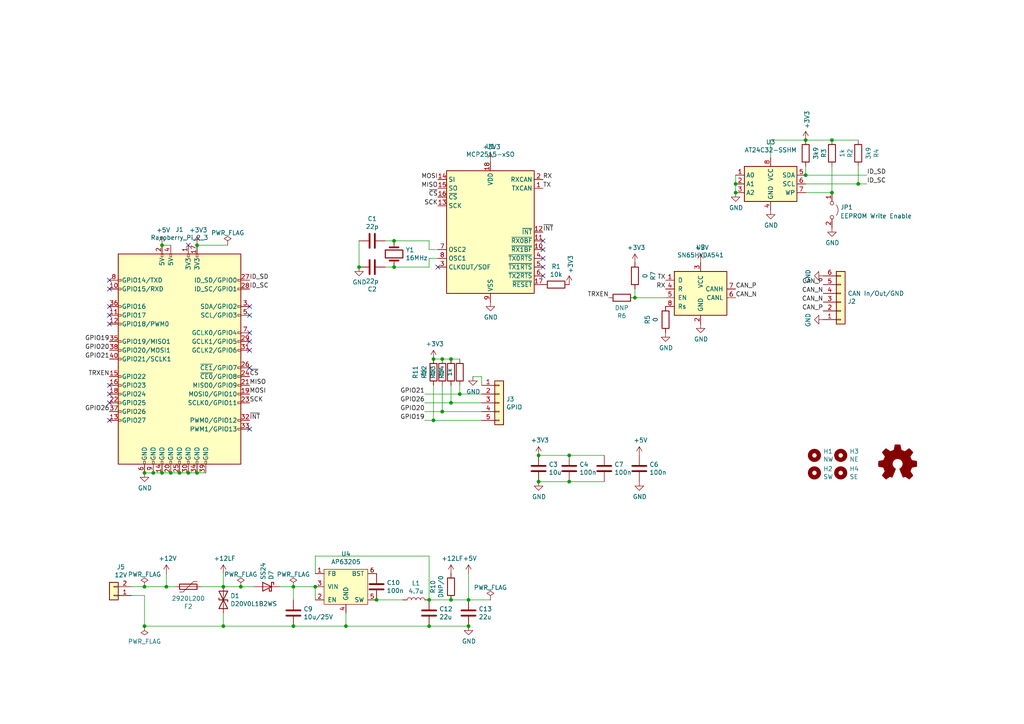
<source format=kicad_sch>
(kicad_sch (version 20211123) (generator eeschema)
  (paper "A4")
  (title_block (title "CAN HAT for Raspberry Pi") (date "2020-07-24") (rev "7") (company "© 2020 Gregor Riepl"))
  (lib_symbols
    (symbol "Connector:Raspberry_Pi_2_3" (pin_names (offset 1.016))
      (property "Reference" "J" (at -17.78 31.75 0))
      (property "Value" "Raspberry_Pi_2_3" (at 10.16 -31.75 0))
      (symbol "Raspberry_Pi_2_3_0_1"
        (rectangle (start -17.78 30.48) (end 17.78 -30.48) (stroke (width 0.254)) (fill (type background)))
      )
      (symbol "Raspberry_Pi_2_3_1_1"
        (rectangle (start -16.891 -17.526) (end -17.78 -18.034))
        (rectangle (start -16.891 -14.986) (end -17.78 -15.494))
        (rectangle (start -16.891 -12.446) (end -17.78 -12.954))
        (rectangle (start -16.891 -9.906) (end -17.78 -10.414))
        (rectangle (start -16.891 -7.366) (end -17.78 -7.874))
        (rectangle (start -16.891 -4.826) (end -17.78 -5.334))
        (rectangle (start -16.891 0.254) (end -17.78 -0.254))
        (rectangle (start -16.891 2.794) (end -17.78 2.286))
        (rectangle (start -16.891 5.334) (end -17.78 4.826))
        (rectangle (start -16.891 10.414) (end -17.78 9.906))
        (rectangle (start -16.891 12.954) (end -17.78 12.446))
        (rectangle (start -16.891 15.494) (end -17.78 14.986))
        (rectangle (start -16.891 20.574) (end -17.78 20.066))
        (rectangle (start -16.891 23.114) (end -17.78 22.606))
        (rectangle (start -10.414 -29.591) (end -9.906 -30.48))
        (rectangle (start -7.874 -29.591) (end -7.366 -30.48))
        (rectangle (start -5.334 -29.591) (end -4.826 -30.48))
        (rectangle (start -5.334 30.48) (end -4.826 29.591))
        (rectangle (start -2.794 -29.591) (end -2.286 -30.48))
        (rectangle (start -2.794 30.48) (end -2.286 29.591))
        (rectangle (start -0.254 -29.591) (end 0.254 -30.48))
        (rectangle (start 2.286 -29.591) (end 2.794 -30.48))
        (rectangle (start 2.286 30.48) (end 2.794 29.591))
        (rectangle (start 4.826 -29.591) (end 5.334 -30.48))
        (rectangle (start 4.826 30.48) (end 5.334 29.591))
        (rectangle (start 7.366 -29.591) (end 7.874 -30.48))
        (rectangle (start 17.78 -20.066) (end 16.891 -20.574))
        (rectangle (start 17.78 -17.526) (end 16.891 -18.034))
        (rectangle (start 17.78 -12.446) (end 16.891 -12.954))
        (rectangle (start 17.78 -9.906) (end 16.891 -10.414))
        (rectangle (start 17.78 -7.366) (end 16.891 -7.874))
        (rectangle (start 17.78 -4.826) (end 16.891 -5.334))
        (rectangle (start 17.78 -2.286) (end 16.891 -2.794))
        (rectangle (start 17.78 2.794) (end 16.891 2.286))
        (rectangle (start 17.78 5.334) (end 16.891 4.826))
        (rectangle (start 17.78 7.874) (end 16.891 7.366))
        (rectangle (start 17.78 12.954) (end 16.891 12.446))
        (rectangle (start 17.78 15.494) (end 16.891 14.986))
        (rectangle (start 17.78 20.574) (end 16.891 20.066))
        (rectangle (start 17.78 23.114) (end 16.891 22.606))
        (pin power_in line (at 2.54 33.02 270) (length 2.54) (name "3V3") (number "1"))
        (pin bidirectional line (at -20.32 20.32 0) (length 2.54) (name "GPIO15/RXD") (number "10"))
        (pin bidirectional line (at -20.32 12.7 0) (length 2.54) (name "GPIO17") (number "11"))
        (pin bidirectional line (at -20.32 10.16 0) (length 2.54) (name "GPIO18/PWM0") (number "12"))
        (pin bidirectional line (at -20.32 -17.78 0) (length 2.54) (name "GPIO27") (number "13"))
        (pin power_in line (at -5.08 -33.02 90) (length 2.54) (name "GND") (number "14"))
        (pin bidirectional line (at -20.32 -5.08 0) (length 2.54) (name "GPIO22") (number "15"))
        (pin bidirectional line (at -20.32 -7.62 0) (length 2.54) (name "GPIO23") (number "16"))
        (pin power_in line (at 5.08 33.02 270) (length 2.54) (name "3V3") (number "17"))
        (pin bidirectional line (at -20.32 -10.16 0) (length 2.54) (name "GPIO24") (number "18"))
        (pin bidirectional line (at 20.32 -10.16 180) (length 2.54) (name "MOSI0/GPIO10") (number "19"))
        (pin power_in line (at -5.08 33.02 270) (length 2.54) (name "5V") (number "2"))
        (pin power_in line (at -2.54 -33.02 90) (length 2.54) (name "GND") (number "20"))
        (pin bidirectional line (at 20.32 -7.62 180) (length 2.54) (name "MISO0/GPIO9") (number "21"))
        (pin bidirectional line (at -20.32 -12.7 0) (length 2.54) (name "GPIO25") (number "22"))
        (pin bidirectional line (at 20.32 -12.7 180) (length 2.54) (name "SCLK0/GPIO11") (number "23"))
        (pin bidirectional line (at 20.32 -5.08 180) (length 2.54) (name "~{CE0}/GPIO8") (number "24"))
        (pin power_in line (at 0 -33.02 90) (length 2.54) (name "GND") (number "25"))
        (pin bidirectional line (at 20.32 -2.54 180) (length 2.54) (name "~{CE1}/GPIO7") (number "26"))
        (pin bidirectional line (at 20.32 22.86 180) (length 2.54) (name "ID_SD/GPIO0") (number "27"))
        (pin bidirectional line (at 20.32 20.32 180) (length 2.54) (name "ID_SC/GPIO1") (number "28"))
        (pin bidirectional line (at 20.32 5.08 180) (length 2.54) (name "GCLK1/GPIO5") (number "29"))
        (pin bidirectional line (at 20.32 15.24 180) (length 2.54) (name "SDA/GPIO2") (number "3"))
        (pin power_in line (at 2.54 -33.02 90) (length 2.54) (name "GND") (number "30"))
        (pin bidirectional line (at 20.32 2.54 180) (length 2.54) (name "GCLK2/GPIO6") (number "31"))
        (pin bidirectional line (at 20.32 -17.78 180) (length 2.54) (name "PWM0/GPIO12") (number "32"))
        (pin bidirectional line (at 20.32 -20.32 180) (length 2.54) (name "PWM1/GPIO13") (number "33"))
        (pin power_in line (at 5.08 -33.02 90) (length 2.54) (name "GND") (number "34"))
        (pin bidirectional line (at -20.32 5.08 0) (length 2.54) (name "GPIO19/MISO1") (number "35"))
        (pin bidirectional line (at -20.32 15.24 0) (length 2.54) (name "GPIO16") (number "36"))
        (pin bidirectional line (at -20.32 -15.24 0) (length 2.54) (name "GPIO26") (number "37"))
        (pin bidirectional line (at -20.32 2.54 0) (length 2.54) (name "GPIO20/MOSI1") (number "38"))
        (pin power_in line (at 7.62 -33.02 90) (length 2.54) (name "GND") (number "39"))
        (pin power_in line (at -2.54 33.02 270) (length 2.54) (name "5V") (number "4"))
        (pin bidirectional line (at -20.32 0 0) (length 2.54) (name "GPIO21/SCLK1") (number "40"))
        (pin bidirectional line (at 20.32 12.7 180) (length 2.54) (name "SCL/GPIO3") (number "5"))
        (pin power_in line (at -10.16 -33.02 90) (length 2.54) (name "GND") (number "6"))
        (pin bidirectional line (at 20.32 7.62 180) (length 2.54) (name "GCLK0/GPIO4") (number "7"))
        (pin bidirectional line (at -20.32 22.86 0) (length 2.54) (name "GPIO14/TXD") (number "8"))
        (pin power_in line (at -7.62 -33.02 90) (length 2.54) (name "GND") (number "9"))
      )
    )
    (symbol "Connector_Generic:Conn_01x02" (pin_names (offset 1.016) hide)
      (property "Reference" "J" (at 0 2.54 0))
      (property "Value" "Conn_01x02" (at 0 -5.08 0))
      (symbol "Conn_01x02_1_1"
        (rectangle (start -1.27 -2.413) (end 0 -2.667) (stroke (width 0.1524)))
        (rectangle (start -1.27 0.127) (end 0 -0.127) (stroke (width 0.1524)))
        (rectangle (start -1.27 1.27) (end 1.27 -3.81) (stroke (width 0.254)) (fill (type background)))
        (pin passive line (at -5.08 0 0) (length 3.81) (name "Pin_1") (number "1"))
        (pin passive line (at -5.08 -2.54 0) (length 3.81) (name "Pin_2") (number "2"))
      )
    )
    (symbol "Connector_Generic:Conn_01x05" (pin_names (offset 1.016) hide)
      (property "Reference" "J" (at 0 7.62 0))
      (property "Value" "Conn_01x05" (at 0 -7.62 0))
      (symbol "Conn_01x05_1_1"
        (rectangle (start -1.27 -4.953) (end 0 -5.207) (stroke (width 0.1524)))
        (rectangle (start -1.27 -2.413) (end 0 -2.667) (stroke (width 0.1524)))
        (rectangle (start -1.27 0.127) (end 0 -0.127) (stroke (width 0.1524)))
        (rectangle (start -1.27 2.667) (end 0 2.413) (stroke (width 0.1524)))
        (rectangle (start -1.27 5.207) (end 0 4.953) (stroke (width 0.1524)))
        (rectangle (start -1.27 6.35) (end 1.27 -6.35) (stroke (width 0.254)) (fill (type background)))
        (pin passive line (at -5.08 5.08 0) (length 3.81) (name "Pin_1") (number "1"))
        (pin passive line (at -5.08 2.54 0) (length 3.81) (name "Pin_2") (number "2"))
        (pin passive line (at -5.08 0 0) (length 3.81) (name "Pin_3") (number "3"))
        (pin passive line (at -5.08 -2.54 0) (length 3.81) (name "Pin_4") (number "4"))
        (pin passive line (at -5.08 -5.08 0) (length 3.81) (name "Pin_5") (number "5"))
      )
    )
    (symbol "Connector_Generic:Conn_01x06" (pin_names (offset 1.016) hide)
      (property "Reference" "J" (at 0 7.62 0))
      (property "Value" "Conn_01x06" (at 0 -10.16 0))
      (symbol "Conn_01x06_1_1"
        (rectangle (start -1.27 -7.493) (end 0 -7.747) (stroke (width 0.1524)))
        (rectangle (start -1.27 -4.953) (end 0 -5.207) (stroke (width 0.1524)))
        (rectangle (start -1.27 -2.413) (end 0 -2.667) (stroke (width 0.1524)))
        (rectangle (start -1.27 0.127) (end 0 -0.127) (stroke (width 0.1524)))
        (rectangle (start -1.27 2.667) (end 0 2.413) (stroke (width 0.1524)))
        (rectangle (start -1.27 5.207) (end 0 4.953) (stroke (width 0.1524)))
        (rectangle (start -1.27 6.35) (end 1.27 -8.89) (stroke (width 0.254)) (fill (type background)))
        (pin passive line (at -5.08 5.08 0) (length 3.81) (name "Pin_1") (number "1"))
        (pin passive line (at -5.08 2.54 0) (length 3.81) (name "Pin_2") (number "2"))
        (pin passive line (at -5.08 0 0) (length 3.81) (name "Pin_3") (number "3"))
        (pin passive line (at -5.08 -2.54 0) (length 3.81) (name "Pin_4") (number "4"))
        (pin passive line (at -5.08 -5.08 0) (length 3.81) (name "Pin_5") (number "5"))
        (pin passive line (at -5.08 -7.62 0) (length 3.81) (name "Pin_6") (number "6"))
      )
    )
    (symbol "Device:C" (pin_numbers hide) (pin_names (offset 0.254))
      (property "Reference" "C" (at 0.635 2.54 0))
      (property "Value" "C" (at 0.635 -2.54 0))
      (symbol "C_0_1"
        (polyline (pts (xy -2.032 -0.762) (xy 2.032 -0.762)) (stroke (width 0.508)))
        (polyline (pts (xy -2.032 0.762) (xy 2.032 0.762)) (stroke (width 0.508)))
      )
      (symbol "C_1_1"
        (pin passive line (at 0 3.81 270) (length 2.794) (name "~") (number "1"))
        (pin passive line (at 0 -3.81 90) (length 2.794) (name "~") (number "2"))
      )
    )
    (symbol "Device:Crystal" (pin_numbers hide) (pin_names (offset 1.016) hide)
      (property "Reference" "Y" (at 0 3.81 0))
      (property "Value" "Crystal" (at 0 -3.81 0))
      (symbol "Crystal_0_1"
        (rectangle (start -1.143 2.54) (end 1.143 -2.54) (stroke (width 0.3048)))
        (polyline (pts (xy -2.54 0) (xy -1.905 0)))
        (polyline (pts (xy -1.905 -1.27) (xy -1.905 1.27)) (stroke (width 0.508)))
        (polyline (pts (xy 1.905 -1.27) (xy 1.905 1.27)) (stroke (width 0.508)))
        (polyline (pts (xy 2.54 0) (xy 1.905 0)))
      )
      (symbol "Crystal_1_1"
        (pin passive line (at -3.81 0 0) (length 1.27) (name "1") (number "1"))
        (pin passive line (at 3.81 0 180) (length 1.27) (name "2") (number "2"))
      )
    )
    (symbol "Device:D_Schottky" (pin_numbers hide) (pin_names (offset 1.016) hide)
      (property "Reference" "D" (at 0 2.54 0))
      (property "Value" "D_Schottky" (at 0 -2.54 0))
      (symbol "D_Schottky_0_1"
        (polyline (pts (xy 1.27 0) (xy -1.27 0)))
        (polyline (pts (xy 1.27 1.27) (xy 1.27 -1.27) (xy -1.27 0) (xy 1.27 1.27)) (stroke (width 0.254)))
        (polyline (pts (xy -1.905 0.635) (xy -1.905 1.27) (xy -1.27 1.27) (xy -1.27 -1.27) (xy -0.635 -1.27) (xy -0.635 -0.635)) (stroke (width 0.254)))
      )
      (symbol "D_Schottky_1_1"
        (pin passive line (at -3.81 0 0) (length 2.54) (name "K") (number "1"))
        (pin passive line (at 3.81 0 180) (length 2.54) (name "A") (number "2"))
      )
    )
    (symbol "Device:D_TVS" (pin_numbers hide) (pin_names (offset 1.016) hide)
      (property "Reference" "D" (at 0 2.54 0))
      (property "Value" "D_TVS" (at 0 -2.54 0))
      (symbol "D_TVS_0_1"
        (polyline (pts (xy 1.27 0) (xy -1.27 0)))
        (polyline (pts (xy 0.508 1.27) (xy 0 1.27) (xy 0 -1.27) (xy -0.508 -1.27)) (stroke (width 0.254)))
        (polyline (pts (xy -2.54 1.27) (xy -2.54 -1.27) (xy 2.54 1.27) (xy 2.54 -1.27) (xy -2.54 1.27)) (stroke (width 0.254)))
      )
      (symbol "D_TVS_1_1"
        (pin passive line (at -3.81 0 0) (length 2.54) (name "A1") (number "1"))
        (pin passive line (at 3.81 0 180) (length 2.54) (name "A2") (number "2"))
      )
    )
    (symbol "Device:L" (pin_numbers hide) (pin_names (offset 1.016) hide)
      (property "Reference" "L" (at -1.27 0 90))
      (property "Value" "L" (at 1.905 0 90))
      (symbol "L_0_1"
        (arc (start 0 -2.54) (mid 0.635 -1.905) (end 0 -1.27))
        (arc (start 0 -1.27) (mid 0.635 -0.635) (end 0 0))
        (arc (start 0 0) (mid 0.635 0.635) (end 0 1.27))
        (arc (start 0 1.27) (mid 0.635 1.905) (end 0 2.54))
      )
      (symbol "L_1_1"
        (pin passive line (at 0 3.81 270) (length 1.27) (name "1") (number "1"))
        (pin passive line (at 0 -3.81 90) (length 1.27) (name "2") (number "2"))
      )
    )
    (symbol "Device:Polyfuse" (pin_numbers hide) (pin_names (offset 0))
      (property "Reference" "F" (at -2.54 0 90))
      (property "Value" "Polyfuse" (at 2.54 0 90))
      (symbol "Polyfuse_0_1"
        (rectangle (start -0.762 2.54) (end 0.762 -2.54) (stroke (width 0.254)))
        (polyline (pts (xy 0 2.54) (xy 0 -2.54)))
        (polyline (pts (xy -1.524 2.54) (xy -1.524 1.524) (xy 1.524 -1.524) (xy 1.524 -2.54)))
      )
      (symbol "Polyfuse_1_1"
        (pin passive line (at 0 3.81 270) (length 1.27) (name "~") (number "1"))
        (pin passive line (at 0 -3.81 90) (length 1.27) (name "~") (number "2"))
      )
    )
    (symbol "Device:R" (pin_numbers hide) (pin_names (offset 0))
      (property "Reference" "R" (at 2.032 0 90))
      (property "Value" "R" (at 0 0 90))
      (symbol "R_0_1"
        (rectangle (start -1.016 -2.54) (end 1.016 2.54) (stroke (width 0.254)))
      )
      (symbol "R_1_1"
        (pin passive line (at 0 3.81 270) (length 1.27) (name "~") (number "1"))
        (pin passive line (at 0 -3.81 90) (length 1.27) (name "~") (number "2"))
      )
    )
    (symbol "Graphic:Logo_Open_Hardware_Small" (pin_names (offset 1.016))
      (symbol "Logo_Open_Hardware_Small_0_1"
        (polyline (pts (xy 3.3528 -4.3434) (xy 3.302 -4.318) (xy 3.175 -4.2418) (xy 2.9972 -4.1148) (xy 2.7686 -3.9624) (xy 2.54 -3.81) (xy 2.3622 -3.7084) (xy 2.2352 -3.6068) (xy 2.1844 -3.5814) (xy 2.159 -3.6068) (xy 2.0574 -3.6576) (xy 1.905 -3.7338) (xy 1.8034 -3.7846) (xy 1.6764 -3.8354) (xy 1.6002 -3.8354) (xy 1.6002 -3.8354) (xy 1.5494 -3.7338) (xy 1.4732 -3.5306) (xy 1.3462 -3.302) (xy 1.2446 -3.0226) (xy 1.1176 -2.7178) (xy 0.9652 -2.413) (xy 0.8636 -2.1082) (xy 0.7366 -1.8288) (xy 0.6604 -1.6256) (xy 0.6096 -1.4732) (xy 0.5842 -1.397) (xy 0.5842 -1.397) (xy 0.6604 -1.3208) (xy 0.7874 -1.2446) (xy 1.0414 -1.016) (xy 1.2954 -0.6858) (xy 1.4478 -0.3302) (xy 1.524 0.0762) (xy 1.4732 0.4572) (xy 1.3208 0.8128) (xy 1.0668 1.143) (xy 0.762 1.3716) (xy 0.4064 1.524) (xy 0 1.5748) (xy -0.381 1.5494) (xy -0.7366 1.397) (xy -1.0668 1.143) (xy -1.2192 0.9906) (xy -1.397 0.6604) (xy -1.524 0.3048) (xy -1.524 0.2286) (xy -1.4986 -0.1778) (xy -1.397 -0.5334) (xy -1.1938 -0.8636) (xy -0.9144 -1.143) (xy -0.8636 -1.1684) (xy -0.7366 -1.27) (xy -0.635 -1.3462) (xy -0.5842 -1.397) (xy -1.0668 -2.5908) (xy -1.143 -2.794) (xy -1.2954 -3.1242) (xy -1.397 -3.4036) (xy -1.4986 -3.6322) (xy -1.5748 -3.7846) (xy -1.6002 -3.8354) (xy -1.6002 -3.8354) (xy -1.651 -3.8354) (xy -1.7272 -3.81) (xy -1.905 -3.7338) (xy -2.0066 -3.683) (xy -2.1336 -3.6068) (xy -2.2098 -3.5814) (xy -2.2606 -3.6068) (xy -2.3622 -3.683) (xy -2.54 -3.81) (xy -2.7686 -3.9624) (xy -2.9718 -4.0894) (xy -3.1496 -4.2164) (xy -3.302 -4.318) (xy -3.3528 -4.3434) (xy -3.3782 -4.3434) (xy -3.429 -4.318) (xy -3.5306 -4.2164) (xy -3.7084 -4.064) (xy -3.937 -3.8354) (xy -3.9624 -3.81) (xy -4.1656 -3.6068) (xy -4.318 -3.4544) (xy -4.4196 -3.3274) (xy -4.445 -3.2766) (xy -4.445 -3.2766) (xy -4.4196 -3.2258) (xy -4.318 -3.0734) (xy -4.2164 -2.8956) (xy -4.064 -2.667) (xy -3.6576 -2.0828) (xy -3.8862 -1.5494) (xy -3.937 -1.3716) (xy -4.0386 -1.1684) (xy -4.0894 -1.0414) (xy -4.1148 -0.9652) (xy -4.191 -0.9398) (xy -4.318 -0.9144) (xy -4.5466 -0.8636) (xy -4.8006 -0.8128) (xy -5.0546 -0.7874) (xy -5.2578 -0.7366) (xy -5.4356 -0.7112) (xy -5.5118 -0.6858) (xy -5.5118 -0.6858) (xy -5.5372 -0.635) (xy -5.5372 -0.5588) (xy -5.5372 -0.4318) (xy -5.5626 -0.2286) (xy -5.5626 0.0762) (xy -5.5626 0.127) (xy -5.5372 0.4064) (xy -5.5372 0.635) (xy -5.5372 0.762) (xy -5.5372 0.8382) (xy -5.5372 0.8382) (xy -5.461 0.8382) (xy -5.3086 0.889) (xy -5.08 0.9144) (xy -4.826 0.9652) (xy -4.8006 0.9906) (xy -4.5466 1.0414) (xy -4.318 1.0668) (xy -4.1656 1.1176) (xy -4.0894 1.143) (xy -4.0894 1.143) (xy -4.0386 1.2446) (xy -3.9624 1.4224) (xy -3.8608 1.6256) (xy -3.7846 1.8288) (xy -3.7084 2.0066) (xy -3.6576 2.159) (xy -3.6322 2.2098) (xy -3.6322 2.2098) (xy -3.683 2.286) (xy -3.7592 2.413) (xy -3.8862 2.5908) (xy -4.064 2.8194) (xy -4.064 2.8448) (xy -4.2164 3.0734) (xy -4.3434 3.2512) (xy -4.4196 3.3782) (xy -4.445 3.4544) (xy -4.445 3.4544) (xy -4.3942 3.5052) (xy -4.2926 3.6322) (xy -4.1148 3.81) (xy -3.937 4.0132) (xy -3.8608 4.064) (xy -3.6576 4.2926) (xy -3.5052 4.4196) (xy -3.4036 4.4958) (xy -3.3528 4.5212) (xy -3.3528 4.5212) (xy -3.302 4.4704) (xy -3.1496 4.3688) (xy -2.9718 4.2418) (xy -2.7432 4.0894) (xy -2.7178 4.0894) (xy -2.4892 3.937) (xy -2.3114 3.81) (xy -2.1844 3.7084) (xy -2.1336 3.683) (xy -2.1082 3.683) (xy -2.032 3.7084) (xy -1.8542 3.7592) (xy -1.6764 3.8354) (xy -1.4732 3.937) (xy -1.27 4.0132) (xy -1.143 4.064) (xy -1.0668 4.1148) (xy -1.0668 4.1148) (xy -1.0414 4.191) (xy -1.016 4.3434) (xy -0.9652 4.572) (xy -0.9144 4.8514) (xy -0.889 4.9022) (xy -0.8382 5.1562) (xy -0.8128 5.3848) (xy -0.7874 5.5372) (xy -0.762 5.588) (xy -0.7112 5.6134) (xy -0.5842 5.6134) (xy -0.4064 5.6134) (xy -0.1524 5.6134) (xy 0.0762 5.6134) (xy 0.3302 5.6134) (xy 0.5334 5.6134) (xy 0.6858 5.588) (xy 0.7366 5.588) (xy 0.7366 5.588) (xy 0.762 5.5118) (xy 0.8128 5.334) (xy 0.8382 5.1054) (xy 0.9144 4.826) (xy 0.9144 4.7752) (xy 0.9652 4.5212) (xy 1.016 4.2926) (xy 1.0414 4.1402) (xy 1.0668 4.0894) (xy 1.0668 4.0894) (xy 1.1938 4.0386) (xy 1.3716 3.9624) (xy 1.5748 3.8608) (xy 2.0828 3.6576) (xy 2.7178 4.0894) (xy 2.7686 4.1402) (xy 2.9972 4.2926) (xy 3.175 4.4196) (xy 3.302 4.4958) (xy 3.3782 4.5212) (xy 3.3782 4.5212) (xy 3.429 4.4704) (xy 3.556 4.3434) (xy 3.7338 4.191) (xy 3.9116 3.9878) (xy 4.064 3.8354) (xy 4.2418 3.6576) (xy 4.3434 3.556) (xy 4.4196 3.4798) (xy 4.4196 3.429) (xy 4.4196 3.4036) (xy 4.3942 3.3274) (xy 4.2926 3.2004) (xy 4.1656 2.9972) (xy 4.0132 2.794) (xy 3.8862 2.5908) (xy 3.7592 2.3876) (xy 3.6576 2.2352) (xy 3.6322 2.159) (xy 3.6322 2.1336) (xy 3.683 2.0066) (xy 3.7592 1.8288) (xy 3.8608 1.6002) (xy 4.064 1.1176) (xy 4.3942 1.0414) (xy 4.5974 1.016) (xy 4.8768 0.9652) (xy 5.1308 0.9144) (xy 5.5372 0.8382) (xy 5.5626 -0.6604) (xy 5.4864 -0.6858) (xy 5.4356 -0.6858) (xy 5.2832 -0.7366) (xy 5.0546 -0.762) (xy 4.8006 -0.8128) (xy 4.5974 -0.8636) (xy 4.3688 -0.9144) (xy 4.2164 -0.9398) (xy 4.1402 -0.9398) (xy 4.1148 -0.9652) (xy 4.064 -1.0668) (xy 3.9878 -1.2446) (xy 3.9116 -1.4478) (xy 3.81 -1.651) (xy 3.7338 -1.8542) (xy 3.683 -2.0066) (xy 3.6576 -2.0828) (xy 3.683 -2.1336) (xy 3.7846 -2.2606) (xy 3.8862 -2.4638) (xy 4.0386 -2.667) (xy 4.191 -2.8956) (xy 4.318 -3.0734) (xy 4.3942 -3.2004) (xy 4.445 -3.2766) (xy 4.4196 -3.3274) (xy 4.3434 -3.429) (xy 4.1656 -3.5814) (xy 3.937 -3.8354) (xy 3.8862 -3.8608) (xy 3.683 -4.064) (xy 3.5306 -4.2164) (xy 3.4036 -4.318) (xy 3.3528 -4.3434)) (fill (type outline)))
      )
    )
    (symbol "Interface_CAN_LIN:MCP2515-xSO"
      (property "Reference" "U" (at -10.16 19.685 0))
      (property "Value" "MCP2515-xSO" (at 19.05 20.32 0))
      (symbol "MCP2515-xSO_0_1"
        (rectangle (start -12.7 17.78) (end 12.7 -17.78) (stroke (width 0.254)) (fill (type background)))
      )
      (symbol "MCP2515-xSO_1_1"
        (pin output line (at 15.24 12.7 180) (length 2.54) (name "TXCAN") (number "1"))
        (pin output line (at 15.24 -5.08 180) (length 2.54) (name "~{RX1BF}") (number "10"))
        (pin output line (at 15.24 -2.54 180) (length 2.54) (name "~{RX0BF}") (number "11"))
        (pin output line (at 15.24 0 180) (length 2.54) (name "~{INT}") (number "12"))
        (pin input line (at -15.24 7.62 0) (length 2.54) (name "SCK") (number "13"))
        (pin input line (at -15.24 15.24 0) (length 2.54) (name "SI") (number "14"))
        (pin output line (at -15.24 12.7 0) (length 2.54) (name "SO") (number "15"))
        (pin input line (at -15.24 10.16 0) (length 2.54) (name "~{CS}") (number "16"))
        (pin input line (at 15.24 -15.24 180) (length 2.54) (name "~{RESET}") (number "17"))
        (pin power_in line (at 0 20.32 270) (length 2.54) (name "VDD") (number "18"))
        (pin input line (at 15.24 15.24 180) (length 2.54) (name "RXCAN") (number "2"))
        (pin output line (at -15.24 -10.16 0) (length 2.54) (name "CLKOUT/SOF") (number "3"))
        (pin input line (at 15.24 -7.62 180) (length 2.54) (name "~{TX0RTS}") (number "4"))
        (pin input line (at 15.24 -10.16 180) (length 2.54) (name "~{TX1RTS}") (number "5"))
        (pin input line (at 15.24 -12.7 180) (length 2.54) (name "~{TX2RTS}") (number "6"))
        (pin output line (at -15.24 -5.08 0) (length 2.54) (name "OSC2") (number "7"))
        (pin input line (at -15.24 -7.62 0) (length 2.54) (name "OSC1") (number "8"))
        (pin power_in line (at 0 -20.32 90) (length 2.54) (name "VSS") (number "9"))
      )
    )
    (symbol "Interface_CAN_LIN:SN65HVD234" (pin_names (offset 1.016))
      (property "Reference" "U" (at -2.54 10.16 0))
      (property "Value" "SN65HVD234" (at -2.54 7.62 0))
      (symbol "SN65HVD234_0_1"
        (rectangle (start -7.62 5.08) (end 7.62 -7.62) (stroke (width 0.254)) (fill (type background)))
      )
      (symbol "SN65HVD234_1_1"
        (pin input line (at -10.16 2.54 0) (length 2.54) (name "D") (number "1"))
        (pin power_in line (at 0 -10.16 90) (length 2.54) (name "GND") (number "2"))
        (pin power_in line (at 0 7.62 270) (length 2.54) (name "VCC") (number "3"))
        (pin output line (at -10.16 0 0) (length 2.54) (name "R") (number "4"))
        (pin input line (at -10.16 -2.54 0) (length 2.54) (name "EN") (number "5"))
        (pin bidirectional line (at 10.16 -2.54 180) (length 2.54) (name "CANL") (number "6"))
        (pin bidirectional line (at 10.16 0 180) (length 2.54) (name "CANH") (number "7"))
        (pin input line (at -10.16 -5.08 0) (length 2.54) (name "Rs") (number "8"))
      )
    )
    (symbol "Jumper:Jumper_2_Open" (pin_names (offset 0) hide)
      (property "Reference" "JP" (at 0 2.794 0))
      (property "Value" "Jumper_2_Open" (at 0 -2.286 0))
      (symbol "Jumper_2_Open_0_0"
        (circle (center -2.032 0) (radius 0.508))
        (circle (center 2.032 0) (radius 0.508))
      )
      (symbol "Jumper_2_Open_0_1"
        (arc (start 1.524 1.27) (mid 0 1.778) (end -1.524 1.27))
      )
      (symbol "Jumper_2_Open_1_1"
        (pin passive line (at -5.08 0 0) (length 2.54) (name "A") (number "1"))
        (pin passive line (at 5.08 0 180) (length 2.54) (name "B") (number "2"))
      )
    )
    (symbol "Mechanical:MountingHole" (pin_names (offset 1.016))
      (property "Reference" "H" (at 0 5.08 0))
      (property "Value" "MountingHole" (at 0 3.175 0))
      (symbol "MountingHole_0_1"
        (circle (center 0 0) (radius 1.27) (stroke (width 1.27)))
      )
    )
    (symbol "Memory_EEPROM:AT24CS32-SSHM"
      (property "Reference" "U" (at -7.62 6.35 0))
      (property "Value" "AT24CS32-SSHM" (at 2.54 -6.35 0))
      (symbol "AT24CS32-SSHM_1_1"
        (rectangle (start -7.62 5.08) (end 7.62 -5.08) (stroke (width 0.254)) (fill (type background)))
        (pin input line (at -10.16 2.54 0) (length 2.54) (name "A0") (number "1"))
        (pin input line (at -10.16 0 0) (length 2.54) (name "A1") (number "2"))
        (pin input line (at -10.16 -2.54 0) (length 2.54) (name "A2") (number "3"))
        (pin power_in line (at 0 -7.62 90) (length 2.54) (name "GND") (number "4"))
        (pin bidirectional line (at 10.16 2.54 180) (length 2.54) (name "SDA") (number "5"))
        (pin input line (at 10.16 0 180) (length 2.54) (name "SCL") (number "6"))
        (pin input line (at 10.16 -2.54 180) (length 2.54) (name "WP") (number "7"))
        (pin power_in line (at 0 7.62 270) (length 2.54) (name "VCC") (number "8"))
      )
    )
    (symbol "oni:AP63205" (pin_names (offset 1.016))
      (property "Reference" "U" (at 3.81 -6.35 0))
      (property "Value" "AP63205" (at 0 6.35 0))
      (symbol "AP63205_0_1"
        (rectangle (start -6.35 5.08) (end 6.35 -5.08) (fill (type background)))
      )
      (symbol "AP63205_1_1"
        (pin input line (at -8.89 3.81 0) (length 2.54) (name "FB") (number "1"))
        (pin input line (at -8.89 -3.81 0) (length 2.54) (name "EN") (number "2"))
        (pin power_in line (at -8.89 0 0) (length 2.54) (name "VIN") (number "3"))
        (pin power_in line (at 0 -7.62 90) (length 2.54) (name "GND") (number "4"))
        (pin power_out line (at 8.89 -3.81 180) (length 2.54) (name "SW") (number "5"))
        (pin passive line (at 8.89 3.81 180) (length 2.54) (name "BST") (number "6"))
      )
    )
    (symbol "power:+12LF" (power) (pin_names (offset 0))
      (property "Value" "+12LF" (at 0 3.556 0))
      (symbol "+12LF_0_1"
        (polyline (pts (xy -0.762 1.27) (xy 0 2.54)))
        (polyline (pts (xy 0 0) (xy 0 2.54)))
        (polyline (pts (xy 0 2.54) (xy 0.762 1.27)))
      )
      (symbol "+12LF_1_1"
        (pin power_in line (at 0 0 90) (length 0) hide (name "+12LF") (number "1"))
      )
    )
    (symbol "power:+12V" (power) (pin_names (offset 0))
      (property "Value" "+12V" (at 0 3.556 0))
      (symbol "+12V_0_1"
        (polyline (pts (xy -0.762 1.27) (xy 0 2.54)))
        (polyline (pts (xy 0 0) (xy 0 2.54)))
        (polyline (pts (xy 0 2.54) (xy 0.762 1.27)))
      )
      (symbol "+12V_1_1"
        (pin power_in line (at 0 0 90) (length 0) hide (name "+12V") (number "1"))
      )
    )
    (symbol "power:+3V3" (power) (pin_names (offset 0))
      (property "Value" "+3V3" (at 0 3.556 0))
      (symbol "+3V3_0_1"
        (polyline (pts (xy -0.762 1.27) (xy 0 2.54)))
        (polyline (pts (xy 0 0) (xy 0 2.54)))
        (polyline (pts (xy 0 2.54) (xy 0.762 1.27)))
      )
      (symbol "+3V3_1_1"
        (pin power_in line (at 0 0 90) (length 0) hide (name "+3V3") (number "1"))
      )
    )
    (symbol "power:+5V" (power) (pin_names (offset 0))
      (property "Value" "+5V" (at 0 3.556 0))
      (symbol "+5V_0_1"
        (polyline (pts (xy -0.762 1.27) (xy 0 2.54)))
        (polyline (pts (xy 0 0) (xy 0 2.54)))
        (polyline (pts (xy 0 2.54) (xy 0.762 1.27)))
      )
      (symbol "+5V_1_1"
        (pin power_in line (at 0 0 90) (length 0) hide (name "+5V") (number "1"))
      )
    )
    (symbol "power:GND" (power) (pin_names (offset 0))
      (property "Value" "GND" (at 0 -3.81 0))
      (symbol "GND_0_1"
        (polyline (pts (xy 0 0) (xy 0 -1.27) (xy 1.27 -1.27) (xy 0 -2.54) (xy -1.27 -1.27) (xy 0 -1.27)))
      )
      (symbol "GND_1_1"
        (pin power_in line (at 0 0 270) (length 0) hide (name "GND") (number "1"))
      )
    )
    (symbol "power:PWR_FLAG" (power) (pin_numbers hide) (pin_names (offset 0) hide)
      (property "Value" "PWR_FLAG" (at 0 3.81 0))
      (symbol "PWR_FLAG_0_0"
        (pin power_out line (at 0 0 90) (length 0) (name "pwr") (number "1"))
      )
      (symbol "PWR_FLAG_0_1"
        (polyline (pts (xy 0 0) (xy 0 1.27) (xy -1.016 1.905) (xy 0 2.54) (xy 1.016 1.905) (xy 0 1.27)))
      )
    )
  )
  (junction (at 52.07 137.16))
  (junction (at 233.68 40.64))
  (junction (at 64.77 181.61))
  (junction (at 241.3 40.64))
  (junction (at 130.81 173.99))
  (junction (at 165.1 132.08))
  (junction (at 130.81 116.84))
  (junction (at 114.3 69.85))
  (junction (at 91.44 170.18))
  (junction (at 46.99 71.12))
  (junction (at 125.73 121.92))
  (junction (at 233.68 50.8))
  (junction (at 156.21 132.08))
  (junction (at 85.09 181.61))
  (junction (at 49.53 137.16))
  (junction (at 124.46 181.61))
  (junction (at 124.46 173.99))
  (junction (at 69.85 170.18))
  (junction (at 130.81 104.14))
  (junction (at 85.09 170.18))
  (junction (at 156.21 139.7))
  (junction (at 213.36 55.88))
  (junction (at 165.1 139.7))
  (junction (at 109.22 173.99))
  (junction (at 135.89 181.61))
  (junction (at 128.27 119.38))
  (junction (at 184.15 86.36))
  (junction (at 114.3 77.47))
  (junction (at 213.36 53.34))
  (junction (at 41.91 181.61))
  (junction (at 41.91 137.16))
  (junction (at 241.3 55.88))
  (junction (at 133.35 114.3))
  (junction (at 64.77 170.18))
  (junction (at 44.45 137.16))
  (junction (at 46.99 137.16))
  (junction (at 100.33 181.61))
  (junction (at 135.89 173.99))
  (junction (at 125.73 104.14))
  (junction (at 57.15 137.16))
  (junction (at 248.92 53.34))
  (junction (at 128.27 104.14))
  (junction (at 104.14 77.47))
  (junction (at 57.15 71.12))
  (junction (at 54.61 137.16))
  (junction (at 48.26 170.18))
  (junction (at 41.91 170.18))
  (no_connect (at 157.48 72.39))
  (no_connect (at 72.39 96.52))
  (no_connect (at 72.39 88.9))
  (no_connect (at 72.39 99.06))
  (no_connect (at 157.48 80.01))
  (no_connect (at 31.75 81.28))
  (no_connect (at 31.75 121.92))
  (no_connect (at 31.75 83.82))
  (no_connect (at 157.48 77.47))
  (no_connect (at 72.39 91.44))
  (no_connect (at 31.75 93.98))
  (no_connect (at 72.39 124.46))
  (no_connect (at 54.61 71.12))
  (no_connect (at 157.48 69.85))
  (no_connect (at 31.75 114.3))
  (no_connect (at 31.75 88.9))
  (no_connect (at 31.75 111.76))
  (no_connect (at 72.39 106.68))
  (no_connect (at 127 77.47))
  (no_connect (at 72.39 101.6))
  (no_connect (at 31.75 116.84))
  (no_connect (at 157.48 74.93))
  (no_connect (at 31.75 91.44))
  (wire (pts (xy 100.33 177.8) (xy 100.33 181.61)))
  (wire (pts (xy 91.44 173.99) (xy 91.44 170.18)))
  (wire (pts (xy 69.85 170.18) (xy 73.66 170.18)))
  (wire (pts (xy 193.04 86.36) (xy 184.15 86.36)))
  (wire (pts (xy 38.1 170.18) (xy 41.91 170.18)))
  (wire (pts (xy 241.3 40.64) (xy 248.92 40.64)))
  (wire (pts (xy 58.42 170.18) (xy 64.77 170.18)))
  (wire (pts (xy 128.27 104.14) (xy 130.81 104.14)))
  (wire (pts (xy 41.91 181.61) (xy 64.77 181.61)))
  (wire (pts (xy 57.15 71.12) (xy 66.04 71.12)))
  (wire (pts (xy 139.7 111.76) (xy 139.7 109.22)))
  (wire (pts (xy 213.36 53.34) (xy 213.36 50.8)))
  (wire (pts (xy 135.89 166.37) (xy 135.89 173.99)))
  (wire (pts (xy 135.89 173.99) (xy 130.81 173.99)))
  (wire (pts (xy 109.22 173.99) (xy 116.84 173.99)))
  (wire (pts (xy 46.99 137.16) (xy 44.45 137.16)))
  (wire (pts (xy 57.15 137.16) (xy 54.61 137.16)))
  (wire (pts (xy 165.1 139.7) (xy 175.26 139.7)))
  (wire (pts (xy 85.09 170.18) (xy 81.28 170.18)))
  (wire (pts (xy 233.68 40.64) (xy 241.3 40.64)))
  (wire (pts (xy 85.09 181.61) (xy 100.33 181.61)))
  (wire (pts (xy 49.53 71.12) (xy 46.99 71.12)))
  (wire (pts (xy 233.68 50.8) (xy 251.46 50.8)))
  (wire (pts (xy 125.73 104.14) (xy 128.27 104.14)))
  (wire (pts (xy 130.81 116.84) (xy 123.19 116.84)))
  (wire (pts (xy 91.44 161.29) (xy 124.46 161.29)))
  (wire (pts (xy 241.3 55.88) (xy 241.3 48.26)))
  (wire (pts (xy 64.77 177.8) (xy 64.77 181.61)))
  (wire (pts (xy 125.73 121.92) (xy 123.19 121.92)))
  (wire (pts (xy 124.46 72.39) (xy 127 72.39)))
  (wire (pts (xy 156.21 139.7) (xy 165.1 139.7)))
  (wire (pts (xy 233.68 55.88) (xy 241.3 55.88)))
  (wire (pts (xy 44.45 137.16) (xy 41.91 137.16)))
  (wire (pts (xy 114.3 69.85) (xy 124.46 69.85)))
  (wire (pts (xy 41.91 172.72) (xy 41.91 181.61)))
  (wire (pts (xy 128.27 119.38) (xy 123.19 119.38)))
  (wire (pts (xy 130.81 173.99) (xy 124.46 173.99)))
  (wire (pts (xy 125.73 111.76) (xy 125.73 121.92)))
  (wire (pts (xy 248.92 53.34) (xy 248.92 48.26)))
  (wire (pts (xy 111.76 69.85) (xy 114.3 69.85)))
  (wire (pts (xy 156.21 132.08) (xy 165.1 132.08)))
  (wire (pts (xy 133.35 114.3) (xy 139.7 114.3)))
  (wire (pts (xy 48.26 166.37) (xy 48.26 170.18)))
  (wire (pts (xy 133.35 114.3) (xy 133.35 111.76)))
  (wire (pts (xy 85.09 173.99) (xy 85.09 170.18)))
  (wire (pts (xy 59.69 137.16) (xy 57.15 137.16)))
  (wire (pts (xy 128.27 111.76) (xy 128.27 119.38)))
  (wire (pts (xy 48.26 170.18) (xy 50.8 170.18)))
  (wire (pts (xy 54.61 137.16) (xy 52.07 137.16)))
  (wire (pts (xy 91.44 161.29) (xy 91.44 166.37)))
  (wire (pts (xy 64.77 166.37) (xy 64.77 170.18)))
  (wire (pts (xy 223.52 40.64) (xy 233.68 40.64)))
  (wire (pts (xy 135.89 181.61) (xy 124.46 181.61)))
  (wire (pts (xy 124.46 77.47) (xy 124.46 74.93)))
  (wire (pts (xy 124.46 161.29) (xy 124.46 173.99)))
  (wire (pts (xy 38.1 172.72) (xy 41.91 172.72)))
  (wire (pts (xy 223.52 45.72) (xy 223.52 40.64)))
  (wire (pts (xy 165.1 132.08) (xy 175.26 132.08)))
  (wire (pts (xy 135.89 173.99) (xy 142.24 173.99)))
  (wire (pts (xy 49.53 137.16) (xy 46.99 137.16)))
  (wire (pts (xy 125.73 121.92) (xy 139.7 121.92)))
  (wire (pts (xy 128.27 119.38) (xy 139.7 119.38)))
  (wire (pts (xy 130.81 104.14) (xy 133.35 104.14)))
  (wire (pts (xy 130.81 111.76) (xy 130.81 116.84)))
  (wire (pts (xy 248.92 53.34) (xy 251.46 53.34)))
  (wire (pts (xy 133.35 114.3) (xy 123.19 114.3)))
  (wire (pts (xy 52.07 137.16) (xy 49.53 137.16)))
  (wire (pts (xy 111.76 77.47) (xy 114.3 77.47)))
  (wire (pts (xy 184.15 86.36) (xy 184.15 83.82)))
  (wire (pts (xy 124.46 69.85) (xy 124.46 72.39)))
  (wire (pts (xy 64.77 170.18) (xy 69.85 170.18)))
  (wire (pts (xy 100.33 181.61) (xy 124.46 181.61)))
  (wire (pts (xy 213.36 55.88) (xy 213.36 53.34)))
  (wire (pts (xy 124.46 74.93) (xy 127 74.93)))
  (wire (pts (xy 85.09 170.18) (xy 91.44 170.18)))
  (wire (pts (xy 104.14 77.47) (xy 104.14 69.85)))
  (wire (pts (xy 233.68 50.8) (xy 233.68 48.26)))
  (wire (pts (xy 64.77 181.61) (xy 85.09 181.61)))
  (wire (pts (xy 41.91 170.18) (xy 48.26 170.18)))
  (wire (pts (xy 130.81 116.84) (xy 139.7 116.84)))
  (wire (pts (xy 233.68 53.34) (xy 248.92 53.34)))
  (wire (pts (xy 114.3 77.47) (xy 124.46 77.47)))
  (wire (pts (xy 139.7 109.22) (xy 137.16 109.22)))
  (label "ID_SD" (at 72.39 81.28 0))
  (label "CAN_N" (at 238.76 87.63 180))
  (label "CAN_N" (at 213.36 86.36 0))
  (label "CAN_P" (at 238.76 90.17 180))
  (label "GPIO21" (at 31.75 104.14 180))
  (label "GPIO26" (at 31.75 119.38 180))
  (label "MOSI" (at 72.39 114.3 0))
  (label "~{CS}" (at 72.39 109.22 0))
  (label "TRXEN" (at 176.53 86.36 180))
  (label "GPIO19" (at 31.75 99.06 180))
  (label "GPIO20" (at 31.75 101.6 180))
  (label "CAN_P" (at 213.36 83.82 0))
  (label "MISO" (at 72.39 111.76 0))
  (label "~{INT}" (at 72.39 121.92 0))
  (label "GPIO19" (at 123.19 121.92 180))
  (label "GPIO26" (at 123.19 116.84 180))
  (label "GPIO21" (at 123.19 114.3 180))
  (label "RX" (at 157.48 52.07 0))
  (label "SCK" (at 72.39 116.84 0))
  (label "MOSI" (at 127 52.07 180))
  (label "GPIO20" (at 123.19 119.38 180))
  (label "ID_SD" (at 251.46 50.8 0))
  (label "~{CS}" (at 127 57.15 180))
  (label "ID_SC" (at 72.39 83.82 0))
  (label "MISO" (at 127 54.61 180))
  (label "TX" (at 193.04 81.28 180))
  (label "TX" (at 157.48 54.61 0))
  (label "~{INT}" (at 157.48 67.31 0))
  (label "CAN_N" (at 238.76 85.09 180))
  (label "TRXEN" (at 31.75 109.22 180))
  (label "ID_SC" (at 251.46 53.34 0))
  (label "CAN_P" (at 238.76 82.55 180))
  (label "SCK" (at 127 59.69 180))
  (label "RX" (at 193.04 83.82 180))
  (symbol (lib_id "power:GND") (at 142.24 87.63 0) (unit 1)
    (property "Reference" "#PWR0101" (effects hide))
    (property "Value" "GND" (at 142.367 92.0242 0))
  )
  (symbol (lib_id "Device:C") (at 165.1 135.89 0) (unit 1)
    (property "Reference" "C4" (at 168.021 134.7216 0) (effects (justify left)))
    (property "Value" "100n" (at 168.021 137.033 0) (effects (justify left)))
    (property "Footprint" "Capacitor_SMD:C_0805_2012Metric_Pad1.18x1.45mm_HandSolder" (effects hide))
  )
  (symbol (lib_id "Interface_CAN_LIN:MCP2515-xSO") (at 142.24 67.31 0) (unit 1)
    (property "Reference" "U1" (at 142.24 42.4688 0))
    (property "Value" "MCP2515-xSO" (at 142.24 44.7802 0))
    (property "Footprint" "Package_SO:SOIC-18W_7.5x11.6mm_P1.27mm" (effects hide))
    (property "Datasheet" "http://ww1.microchip.com/downloads/en/DeviceDoc/21801e.pdf" (effects hide))
  )
  (symbol (lib_id "Device:C") (at 107.95 77.47 270) (unit 1)
    (property "Reference" "C2" (at 107.95 83.8708 90))
    (property "Value" "22p" (at 107.95 81.5594 90))
    (property "Footprint" "Capacitor_SMD:C_0805_2012Metric_Pad1.18x1.45mm_HandSolder" (effects hide))
  )
  (symbol (lib_id "Device:C") (at 107.95 69.85 270) (unit 1)
    (property "Reference" "C1" (at 107.95 63.4492 90))
    (property "Value" "22p" (at 107.95 65.7606 90))
    (property "Footprint" "Capacitor_SMD:C_0805_2012Metric_Pad1.18x1.45mm_HandSolder" (effects hide))
  )
  (symbol (lib_id "Device:Crystal") (at 114.3 73.66 90) (unit 1)
    (property "Reference" "Y1" (at 117.6274 72.4916 90) (effects (justify right)))
    (property "Value" "16MHz" (at 117.6274 74.803 90) (effects (justify right)))
    (property "Footprint" "Crystal:Crystal_SMD_HC49-SD" (effects hide))
  )
  (symbol (lib_id "Device:R") (at 161.29 82.55 90) (unit 1)
    (property "Reference" "R1" (at 161.29 77.2922 90))
    (property "Value" "10k" (at 161.29 79.6036 90))
    (property "Footprint" "Resistor_SMD:R_0805_2012Metric_Pad1.20x1.40mm_HandSolder" (effects hide))
  )
  (symbol (lib_id "Connector:Raspberry_Pi_2_3") (at 52.07 104.14 0) (unit 1)
    (property "Reference" "J1" (at 52.07 66.5988 0))
    (property "Value" "Raspberry_Pi_2_3" (at 52.07 68.9102 0))
    (property "Footprint" "Connector_PinSocket_2.54mm:PinSocket_2x20_P2.54mm_Vertical" (effects hide))
    (property "Datasheet" "https://www.raspberrypi.org/documentation/hardware/raspberrypi/schematics/rpi_SCH_3bplus_1p0_reduced.pdf" (effects hide))
  )
  (symbol (lib_id "power:GND") (at 203.2 93.98 0) (unit 1)
    (property "Reference" "#PWR0102" (effects hide))
    (property "Value" "GND" (at 203.327 98.3742 0))
  )
  (symbol (lib_id "power:GND") (at 104.14 77.47 0) (unit 1)
    (property "Reference" "#PWR0103" (effects hide))
    (property "Value" "GND" (at 104.267 81.8642 0))
  )
  (symbol (lib_id "power:GND") (at 156.21 139.7 0) (unit 1)
    (property "Reference" "#PWR0104" (effects hide))
    (property "Value" "GND" (at 156.337 144.0942 0))
  )
  (symbol (lib_id "power:+3V3") (at 57.15 71.12 0) (unit 1)
    (property "Reference" "#PWR0105" (effects hide))
    (property "Value" "+3V3" (at 57.531 66.7258 0))
  )
  (symbol (lib_id "power:GND") (at 41.91 137.16 0) (unit 1)
    (property "Reference" "#PWR0106" (effects hide))
    (property "Value" "GND" (at 42.037 141.5542 0))
  )
  (symbol (lib_id "power:+3V3") (at 156.21 132.08 0) (unit 1)
    (property "Reference" "#PWR0110" (effects hide))
    (property "Value" "+3V3" (at 156.591 127.6858 0))
  )
  (symbol (lib_id "Device:C") (at 185.42 135.89 0) (unit 1)
    (property "Reference" "C6" (at 188.341 134.7216 0) (effects (justify left)))
    (property "Value" "100n" (at 188.341 137.033 0) (effects (justify left)))
    (property "Footprint" "Capacitor_SMD:C_0805_2012Metric_Pad1.18x1.45mm_HandSolder" (effects hide))
  )
  (symbol (lib_id "power:+3V3") (at 165.1 82.55 0) (unit 1)
    (property "Reference" "#PWR0113" (effects hide))
    (property "Value" "+3V3" (at 165.481 79.2988 90) (effects (justify left)))
  )
  (symbol (lib_id "Mechanical:MountingHole") (at 236.22 132.08 0) (unit 1)
    (property "Reference" "H1" (at 238.76 130.9116 0) (effects (justify left)))
    (property "Value" "NW" (at 238.76 133.223 0) (effects (justify left)))
    (property "Footprint" "MountingHole:MountingHole_2.7mm" (effects hide))
  )
  (symbol (lib_id "Mechanical:MountingHole") (at 243.84 132.08 0) (unit 1)
    (property "Reference" "H3" (at 246.38 130.9116 0) (effects (justify left)))
    (property "Value" "NE" (at 246.38 133.223 0) (effects (justify left)))
    (property "Footprint" "MountingHole:MountingHole_2.7mm" (effects hide))
  )
  (symbol (lib_id "Mechanical:MountingHole") (at 236.22 137.16 0) (unit 1)
    (property "Reference" "H2" (at 238.76 135.9916 0) (effects (justify left)))
    (property "Value" "SW" (at 238.76 138.303 0) (effects (justify left)))
    (property "Footprint" "MountingHole:MountingHole_2.7mm" (effects hide))
  )
  (symbol (lib_id "Mechanical:MountingHole") (at 243.84 137.16 0) (unit 1)
    (property "Reference" "H4" (at 246.38 135.9916 0) (effects (justify left)))
    (property "Value" "SE" (at 246.38 138.303 0) (effects (justify left)))
    (property "Footprint" "MountingHole:MountingHole_2.7mm" (effects hide))
  )
  (symbol (lib_id "Memory_EEPROM:AT24CS32-SSHM") (at 223.52 53.34 0) (unit 1)
    (property "Reference" "U3" (at 223.52 41.1988 0))
    (property "Value" "AT24C32-SSHM" (at 223.52 43.5102 0))
    (property "Footprint" "Package_SO:SOIC-8_3.9x4.9mm_P1.27mm" (effects hide))
    (property "Datasheet" "http://ww1.microchip.com/downloads/en/DeviceDoc/AT24C32E-I2C-Compatible-Two-Wire-Serial-EEPROM-32-Kbit-20006109A.pdf" (effects hide))
  )
  (symbol (lib_id "Device:R") (at 241.3 44.45 0) (unit 1)
    (property "Reference" "R2" (at 246.5578 44.45 90))
    (property "Value" "1k" (at 244.2464 44.45 90))
    (property "Footprint" "Resistor_SMD:R_0805_2012Metric_Pad1.20x1.40mm_HandSolder" (effects hide))
  )
  (symbol (lib_id "power:GND") (at 223.52 60.96 0) (unit 1)
    (property "Reference" "#PWR03" (effects hide))
    (property "Value" "GND" (at 223.647 65.3542 0))
  )
  (symbol (lib_id "power:GND") (at 241.3 66.04 0) (unit 1)
    (property "Reference" "#PWR04" (effects hide))
    (property "Value" "GND" (at 241.427 70.4342 0))
  )
  (symbol (lib_id "Device:C") (at 175.26 135.89 0) (unit 1)
    (property "Reference" "C7" (at 178.181 134.7216 0) (effects (justify left)))
    (property "Value" "100n" (at 178.181 137.033 0) (effects (justify left)))
    (property "Footprint" "Capacitor_SMD:C_0805_2012Metric_Pad1.18x1.45mm_HandSolder" (effects hide))
  )
  (symbol (lib_id "power:GND") (at 213.36 55.88 0) (unit 1)
    (property "Reference" "#PWR01" (effects hide))
    (property "Value" "GND" (at 213.487 60.2742 0))
  )
  (symbol (lib_id "Device:R") (at 233.68 44.45 0) (unit 1)
    (property "Reference" "R3" (at 238.9378 44.45 90))
    (property "Value" "3k9" (at 236.6264 44.45 90))
    (property "Footprint" "Resistor_SMD:R_0805_2012Metric_Pad1.20x1.40mm_HandSolder" (effects hide))
  )
  (symbol (lib_id "Device:R") (at 248.92 44.45 0) (unit 1)
    (property "Reference" "R4" (at 254.1778 44.45 90))
    (property "Value" "3k9" (at 251.8664 44.45 90))
    (property "Footprint" "Resistor_SMD:R_0805_2012Metric_Pad1.20x1.40mm_HandSolder" (effects hide))
  )
  (symbol (lib_id "power:+3V3") (at 233.68 40.64 0) (unit 1)
    (property "Reference" "#PWR08" (effects hide))
    (property "Value" "+3V3" (at 234.061 37.3888 90) (effects (justify left)))
  )
  (symbol (lib_id "Graphic:Logo_Open_Hardware_Small") (at 260.35 134.62 0) (unit 1)
    (property "Reference" "OSHW1" (effects hide))
    (property "Value" "Logo_Open_Hardware_Small" (effects hide))
    (property "Footprint" "Symbol:OSHW-Logo_5.7x6mm_SilkScreen" (effects hide))
  )
  (symbol (lib_id "Interface_CAN_LIN:SN65HVD234") (at 203.2 83.82 0) (unit 1)
    (property "Reference" "U2" (at 203.2 71.6788 0))
    (property "Value" "SN65HVDA541" (at 203.2 73.9902 0))
    (property "Footprint" "Package_SO:SOIC-8_3.9x4.9mm_P1.27mm" (effects hide))
    (property "Datasheet" "http://www.ti.com/lit/ds/symlink/sn65hvd234.pdf" (effects hide))
  )
  (symbol (lib_id "power:+3V3") (at 142.24 46.99 0) (unit 1)
    (property "Reference" "#PWR0108" (effects hide))
    (property "Value" "+3V3" (at 142.621 42.5958 0))
  )
  (symbol (lib_id "Device:R") (at 193.04 92.71 180) (unit 1)
    (property "Reference" "R5" (at 187.7822 92.71 90))
    (property "Value" "0" (at 190.0936 92.71 90))
    (property "Footprint" "Resistor_SMD:R_0805_2012Metric_Pad1.20x1.40mm_HandSolder" (effects hide))
  )
  (symbol (lib_id "power:GND") (at 193.04 96.52 0) (unit 1)
    (property "Reference" "#PWR0109" (effects hide))
    (property "Value" "GND" (at 193.167 100.9142 0))
  )
  (symbol (lib_id "power:+5V") (at 46.99 71.12 0) (unit 1)
    (property "Reference" "#PWR0111" (effects hide))
    (property "Value" "+5V" (at 47.371 66.7258 0))
  )
  (symbol (lib_id "power:+5V") (at 185.42 132.08 0) (unit 1)
    (property "Reference" "#PWR0115" (effects hide))
    (property "Value" "+5V" (at 185.801 127.6858 0))
  )
  (symbol (lib_id "Device:R") (at 184.15 80.01 0) (unit 1)
    (property "Reference" "R7" (at 189.4078 80.01 90))
    (property "Value" "0" (at 187.0964 80.01 90))
    (property "Footprint" "Resistor_SMD:R_0805_2012Metric_Pad1.20x1.40mm_HandSolder" (effects hide))
  )
  (symbol (lib_id "Device:R") (at 180.34 86.36 270) (unit 1)
    (property "Reference" "R6" (at 180.34 91.6178 90))
    (property "Value" "DNP" (at 180.34 89.3064 90))
    (property "Footprint" "Resistor_SMD:R_0805_2012Metric_Pad1.20x1.40mm_HandSolder" (effects hide))
  )
  (symbol (lib_id "power:GND") (at 185.42 139.7 0) (unit 1)
    (property "Reference" "#PWR0118" (effects hide))
    (property "Value" "GND" (at 185.547 144.0942 0))
  )
  (symbol (lib_id "Connector_Generic:Conn_01x06") (at 243.84 87.63 0) (mirror x) (unit 1)
    (property "Reference" "J2" (at 245.8466 87.4268 0) (effects (justify left)))
    (property "Value" "CAN In/Out/GND" (at 245.8466 85.1154 0) (effects (justify left)))
    (property "Footprint" "TerminalBlock_Phoenix:TerminalBlock_Phoenix_MPT-0,5-6-2.54_1x06_P2.54mm_Horizontal" (effects hide))
  )
  (symbol (lib_id "power:GND") (at 238.76 92.71 270) (unit 1)
    (property "Reference" "#PWR0119" (effects hide))
    (property "Value" "GND" (at 234.3658 92.837 0))
  )
  (symbol (lib_id "power:GND") (at 238.76 80.01 270) (unit 1)
    (property "Reference" "#PWR0120" (effects hide))
    (property "Value" "GND" (at 234.3658 80.137 0))
  )
  (symbol (lib_id "Device:C") (at 85.09 177.8 0) (unit 1)
    (property "Reference" "C9" (at 88.011 176.6316 0) (effects (justify left)))
    (property "Value" "10u/25V" (at 88.011 178.943 0) (effects (justify left)))
    (property "Footprint" "Capacitor_SMD:C_0805_2012Metric_Pad1.18x1.45mm_HandSolder" (effects hide))
  )
  (symbol (lib_id "Device:C") (at 124.46 177.8 0) (unit 1)
    (property "Reference" "C12" (at 127.381 176.6316 0) (effects (justify left)))
    (property "Value" "22u" (at 127.381 178.943 0) (effects (justify left)))
    (property "Footprint" "Capacitor_SMD:C_0805_2012Metric_Pad1.18x1.45mm_HandSolder" (effects hide))
  )
  (symbol (lib_id "Device:C") (at 135.89 177.8 0) (unit 1)
    (property "Reference" "C13" (at 138.811 176.6316 0) (effects (justify left)))
    (property "Value" "22u" (at 138.811 178.943 0) (effects (justify left)))
    (property "Footprint" "Capacitor_SMD:C_0805_2012Metric_Pad1.18x1.45mm_HandSolder" (effects hide))
  )
  (symbol (lib_id "Device:L") (at 120.65 173.99 90) (unit 1)
    (property "Reference" "L1" (at 120.65 169.164 90))
    (property "Value" "4.7u" (at 120.65 171.4754 90))
    (property "Footprint" "onitake:DS75LC" (effects hide))
    (property "Datasheet" "https://www.murata.com/~/media/webrenewal/products/inductor/chip/tokoproducts/wirewoundferritetypeforpl/m_ds75lc.ashx" (effects hide))
  )
  (symbol (lib_id "power:+12V") (at 48.26 166.37 0) (unit 1)
    (property "Reference" "#PWR07" (effects hide))
    (property "Value" "+12V" (at 48.641 161.9758 0))
  )
  (symbol (lib_id "Device:C") (at 109.22 170.18 0) (unit 1)
    (property "Reference" "C10" (at 112.141 169.0116 0) (effects (justify left)))
    (property "Value" "100n" (at 112.141 171.323 0) (effects (justify left)))
    (property "Footprint" "Capacitor_SMD:C_0805_2012Metric_Pad1.18x1.45mm_HandSolder" (effects hide))
  )
  (symbol (lib_id "Device:Polyfuse") (at 54.61 170.18 90) (unit 1)
    (property "Reference" "F2" (at 54.61 175.895 90))
    (property "Value" "2920L200" (at 54.61 173.5836 90))
    (property "Footprint" "Fuse:Fuse_2920_7451Metric_Pad2.10x5.45mm_HandSolder" (effects hide))
    (property "Datasheet" "https://www.littelfuse.com/~/media/electronics/datasheets/resettable_ptcs/littelfuse_ptc_2920l_datasheet.pdf.pdf" (effects hide))
  )
  (symbol (lib_id "power:GND") (at 135.89 181.61 0) (unit 1)
    (property "Reference" "#PWR012" (effects hide))
    (property "Value" "GND" (at 136.017 186.0042 0))
  )
  (symbol (lib_id "power:+5V") (at 135.89 166.37 0) (unit 1)
    (property "Reference" "#PWR011" (effects hide))
    (property "Value" "+5V" (at 136.271 161.9758 0))
  )
  (symbol (lib_id "Device:R") (at 130.81 170.18 180) (unit 1)
    (property "Reference" "R10" (at 125.5522 170.18 90))
    (property "Value" "DNP/0" (at 127.8636 170.18 90))
    (property "Footprint" "Resistor_SMD:R_0805_2012Metric_Pad1.20x1.40mm_HandSolder" (effects hide))
  )
  (symbol (lib_id "Connector_Generic:Conn_01x02") (at 33.02 172.72 180) (unit 1)
    (property "Reference" "J5" (at 35.052 164.465 0))
    (property "Value" "12V" (at 35.052 166.7764 0))
    (property "Footprint" "TerminalBlock_Phoenix:TerminalBlock_Phoenix_MPT-0,5-2-2.54_1x02_P2.54mm_Horizontal" (effects hide))
  )
  (symbol (lib_id "oni:AP63205") (at 100.33 170.18 0) (unit 1)
    (property "Reference" "U4" (at 100.33 160.655 0))
    (property "Value" "AP63205" (at 100.33 162.9664 0))
    (property "Footprint" "Package_TO_SOT_SMD:TSOT-23-6" (effects hide))
  )
  (symbol (lib_id "Device:C") (at 156.21 135.89 0) (unit 1)
    (property "Reference" "C3" (at 159.131 134.7216 0) (effects (justify left)))
    (property "Value" "10u" (at 159.131 137.033 0) (effects (justify left)))
    (property "Footprint" "Capacitor_SMD:C_0805_2012Metric_Pad1.18x1.45mm_HandSolder" (effects hide))
  )
  (symbol (lib_id "Device:D_Schottky") (at 77.47 170.18 0) (mirror y) (unit 1)
    (property "Reference" "D7" (at 78.6384 168.1734 90) (effects (justify left)))
    (property "Value" "SS24" (at 76.327 168.1734 90) (effects (justify left)))
    (property "Footprint" "Diode_SMD:D_SMA_Handsoldering" (effects hide))
  )
  (symbol (lib_id "Connector_Generic:Conn_01x05") (at 144.78 116.84 0) (unit 1)
    (property "Reference" "J3" (at 146.812 115.7732 0) (effects (justify left)))
    (property "Value" "GPIO" (at 146.812 118.0846 0) (effects (justify left)))
    (property "Footprint" "Connector_PinHeader_2.54mm:PinHeader_1x05_P2.54mm_Vertical" (effects hide))
  )
  (symbol (lib_id "Device:R") (at 133.35 107.95 180) (unit 1)
    (property "Reference" "R14" (at 128.0922 107.95 90))
    (property "Value" "1k" (at 130.4036 107.95 90))
    (property "Footprint" "Resistor_SMD:R_0805_2012Metric_Pad1.20x1.40mm_HandSolder" (effects hide))
  )
  (symbol (lib_id "Device:R") (at 130.81 107.95 180) (unit 1)
    (property "Reference" "R13" (at 125.5522 107.95 90))
    (property "Value" "1k" (at 127.8636 107.95 90))
    (property "Footprint" "Resistor_SMD:R_0805_2012Metric_Pad1.20x1.40mm_HandSolder" (effects hide))
  )
  (symbol (lib_id "Device:R") (at 128.27 107.95 180) (unit 1)
    (property "Reference" "R12" (at 123.0122 107.95 90))
    (property "Value" "1k" (at 125.3236 107.95 90))
    (property "Footprint" "Resistor_SMD:R_0805_2012Metric_Pad1.20x1.40mm_HandSolder" (effects hide))
  )
  (symbol (lib_id "Device:R") (at 125.73 107.95 180) (unit 1)
    (property "Reference" "R11" (at 120.4722 107.95 90))
    (property "Value" "1k" (at 122.7836 107.95 90))
    (property "Footprint" "Resistor_SMD:R_0805_2012Metric_Pad1.20x1.40mm_HandSolder" (effects hide))
  )
  (symbol (lib_id "power:GND") (at 137.16 109.22 0) (unit 1)
    (property "Reference" "#PWR0112" (effects hide))
    (property "Value" "GND" (at 137.287 113.6142 0))
  )
  (symbol (lib_id "power:+3V3") (at 125.73 104.14 0) (unit 1)
    (property "Reference" "#PWR0121" (effects hide))
    (property "Value" "+3V3" (at 126.111 99.7458 0))
  )
  (symbol (lib_id "power:+12LF") (at 64.77 166.37 0) (unit 1)
    (property "Reference" "#PWR0114" (effects hide))
    (property "Value" "+12LF" (at 65.151 161.9758 0))
  )
  (symbol (lib_id "power:+12LF") (at 130.81 166.37 0) (unit 1)
    (property "Reference" "#PWR0122" (effects hide))
    (property "Value" "+12LF" (at 131.191 161.9758 0))
  )
  (symbol (lib_id "power:+3V3") (at 184.15 76.2 0) (unit 1)
    (property "Reference" "#PWR0107" (effects hide))
    (property "Value" "+3V3" (at 184.531 71.8058 0))
  )
  (symbol (lib_id "power:+5V") (at 203.2 76.2 0) (unit 1)
    (property "Reference" "#PWR0116" (effects hide))
    (property "Value" "+5V" (at 203.581 71.8058 0))
  )
  (symbol (lib_id "Device:D_TVS") (at 64.77 173.99 270) (unit 1)
    (property "Reference" "D1" (at 66.802 172.8216 90) (effects (justify left)))
    (property "Value" "D20V0L1B2WS" (at 66.802 175.133 90) (effects (justify left)))
    (property "Footprint" "Diode_SMD:D_SOD-323_HandSoldering" (effects hide))
  )
  (symbol (lib_id "power:PWR_FLAG") (at 41.91 170.18 0) (unit 1)
    (property "Reference" "#FLG0101" (effects hide))
    (property "Value" "PWR_FLAG" (at 41.91 166.6042 0))
  )
  (symbol (lib_id "power:PWR_FLAG") (at 66.04 71.12 0) (unit 1)
    (property "Reference" "#FLG0104" (effects hide))
    (property "Value" "PWR_FLAG" (at 66.04 67.5442 0))
  )
  (symbol (lib_id "power:PWR_FLAG") (at 69.85 170.18 0) (unit 1)
    (property "Reference" "#FLG0103" (effects hide))
    (property "Value" "PWR_FLAG" (at 69.85 166.6042 0))
  )
  (symbol (lib_id "power:PWR_FLAG") (at 142.24 173.99 0) (unit 1)
    (property "Reference" "#FLG0106" (effects hide))
    (property "Value" "PWR_FLAG" (at 142.24 170.4142 0))
  )
  (symbol (lib_id "power:PWR_FLAG") (at 41.91 181.61 180) (unit 1)
    (property "Reference" "#FLG0102" (effects hide))
    (property "Value" "PWR_FLAG" (at 41.91 186.0534 0))
  )
  (symbol (lib_id "Jumper:Jumper_2_Open") (at 241.3 60.96 270) (unit 1)
    (property "Reference" "JP1" (at 243.713 60.1253 90) (effects (justify left)))
    (property "Value" "EEPROM Write Enable" (at 243.713 62.6622 90) (effects (justify left)))
    (property "Footprint" "Connector_PinHeader_2.54mm:PinHeader_1x02_P2.54mm_Vertical" (effects hide))
  )
  (symbol (lib_id "power:PWR_FLAG") (at 85.09 170.18 0) (unit 1)
    (property "Reference" "#FLG0105" (effects hide))
    (property "Value" "PWR_FLAG" (at 85.09 166.6042 0))
  )
)
</source>
